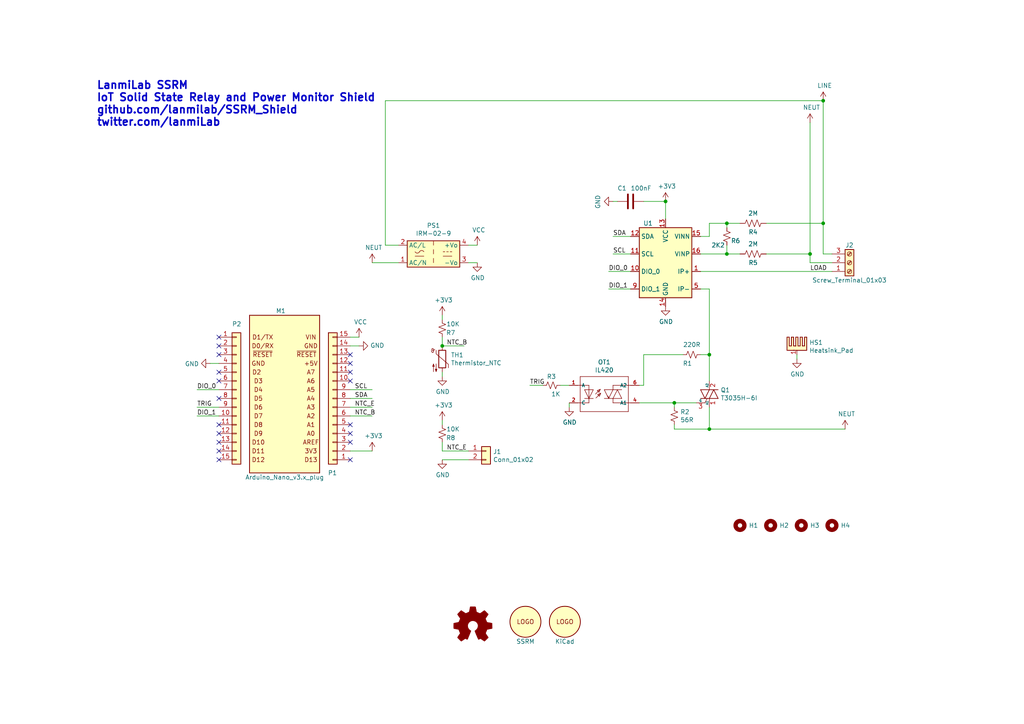
<source format=kicad_sch>
(kicad_sch (version 20211123) (generator eeschema)
  (paper "A4")
  (title_block (title "SSRM") (date "2022-02-19") (rev "1.0.1") (company "LanmiLab") (comment 1 "Solid State Relay Shield"))
  (lib_symbols
    (symbol "Arduino-nano-33:Arduino_Nano_v3.x_plug"
      (property "Reference" "M" (at -10.16 23.495 0))
      (property "Value" "Arduino-nano-33_Arduino_Nano_v3.x_plug" (at -8.89 -24.13 0))
      (symbol "Arduino_Nano_v3.x_plug_0_0"
        (text "+5V" (at 7.62 8.89 0) (effects (font (size 1.27 1.27))))
        (text "3V3" (at 7.62 -16.51 0) (effects (font (size 1.27 1.27))))
        (text "A0" (at 7.62 -11.43 0) (effects (font (size 1.27 1.27))))
        (text "A1" (at 7.62 -8.89 0) (effects (font (size 1.27 1.27))))
        (text "A2" (at 7.62 -6.35 0) (effects (font (size 1.27 1.27))))
        (text "A3" (at 7.62 -3.81 0) (effects (font (size 1.27 1.27))))
        (text "A4" (at 7.62 -1.27 0) (effects (font (size 1.27 1.27))))
        (text "A5" (at 7.62 1.27 0) (effects (font (size 1.27 1.27))))
        (text "A6" (at 7.62 3.81 0) (effects (font (size 1.27 1.27))))
        (text "A7" (at 7.62 6.35 0) (effects (font (size 1.27 1.27))))
        (text "AREF" (at 7.62 -13.97 0) (effects (font (size 1.27 1.27))))
        (text "D0/RX" (at -6.35 13.97 0) (effects (font (size 1.27 1.27))))
        (text "D1/TX" (at -6.35 16.51 0) (effects (font (size 1.27 1.27))))
        (text "D10" (at -7.62 -13.97 0) (effects (font (size 1.27 1.27))))
        (text "D11" (at -7.62 -16.51 0) (effects (font (size 1.27 1.27))))
        (text "D12" (at -7.62 -19.05 0) (effects (font (size 1.27 1.27))))
        (text "D13" (at 7.62 -19.05 0) (effects (font (size 1.27 1.27))))
        (text "D2 " (at -7.62 6.35 0) (effects (font (size 1.27 1.27))))
        (text "D3" (at -7.62 3.81 0) (effects (font (size 1.27 1.27))))
        (text "D4" (at -7.62 1.27 0) (effects (font (size 1.27 1.27))))
        (text "D5" (at -7.62 -1.27 0) (effects (font (size 1.27 1.27))))
        (text "D6" (at -7.62 -3.81 0) (effects (font (size 1.27 1.27))))
        (text "D7" (at -7.62 -6.35 0) (effects (font (size 1.27 1.27))))
        (text "D8" (at -7.62 -8.89 0) (effects (font (size 1.27 1.27))))
        (text "D9" (at -7.62 -11.43 0) (effects (font (size 1.27 1.27))))
        (text "GND" (at -7.62 8.89 0) (effects (font (size 1.27 1.27))))
        (text "GND" (at 7.62 13.97 0) (effects (font (size 1.27 1.27))))
        (text "VIN" (at 7.62 16.51 0) (effects (font (size 1.27 1.27))))
        (text "~{RESET}" (at -6.35 11.43 0) (effects (font (size 1.27 1.27))))
        (text "~{RESET}" (at 6.35 11.43 0) (effects (font (size 1.27 1.27))))
      )
      (symbol "Arduino_Nano_v3.x_plug_0_1"
        (rectangle (start -10.16 22.86) (end 10.16 -22.86) (stroke (width 0.254)) (fill (type background)))
      )
    )
    (symbol "Connector:Screw_Terminal_01x03" (pin_names (offset 1.016) hide)
      (property "Reference" "J" (at 0 5.08 0))
      (property "Value" "Screw_Terminal_01x03" (at 0 -5.08 0))
      (symbol "Screw_Terminal_01x03_1_1"
        (rectangle (start -1.27 3.81) (end 1.27 -3.81) (stroke (width 0.254)) (fill (type background)))
        (circle (center 0 -2.54) (radius 0.635) (stroke (width 0.1524)))
        (polyline (pts (xy -0.5334 -2.2098) (xy 0.3302 -3.048)) (stroke (width 0.1524)))
        (polyline (pts (xy -0.5334 0.3302) (xy 0.3302 -0.508)) (stroke (width 0.1524)))
        (polyline (pts (xy -0.5334 2.8702) (xy 0.3302 2.032)) (stroke (width 0.1524)))
        (polyline (pts (xy -0.3556 -2.032) (xy 0.508 -2.8702)) (stroke (width 0.1524)))
        (polyline (pts (xy -0.3556 0.508) (xy 0.508 -0.3302)) (stroke (width 0.1524)))
        (polyline (pts (xy -0.3556 3.048) (xy 0.508 2.2098)) (stroke (width 0.1524)))
        (circle (center 0 0) (radius 0.635) (stroke (width 0.1524)))
        (circle (center 0 2.54) (radius 0.635) (stroke (width 0.1524)))
        (pin passive line (at -5.08 2.54 0) (length 3.81) (name "Pin_1") (number "1"))
        (pin passive line (at -5.08 0 0) (length 3.81) (name "Pin_2") (number "2"))
        (pin passive line (at -5.08 -2.54 0) (length 3.81) (name "Pin_3") (number "3"))
      )
    )
    (symbol "Connector_Generic:Conn_01x02" (pin_names (offset 1.016) hide)
      (property "Reference" "J" (at 0 2.54 0))
      (property "Value" "Conn_01x02" (at 0 -5.08 0))
      (symbol "Conn_01x02_1_1"
        (rectangle (start -1.27 -2.413) (end 0 -2.667) (stroke (width 0.1524)))
        (rectangle (start -1.27 0.127) (end 0 -0.127) (stroke (width 0.1524)))
        (rectangle (start -1.27 1.27) (end 1.27 -3.81) (stroke (width 0.254)) (fill (type background)))
        (pin passive line (at -5.08 0 0) (length 3.81) (name "Pin_1") (number "1"))
        (pin passive line (at -5.08 -2.54 0) (length 3.81) (name "Pin_2") (number "2"))
      )
    )
    (symbol "Connector_Generic:Conn_01x15" (pin_names (offset 1.016) hide)
      (property "Reference" "J" (at 0 20.32 0))
      (property "Value" "Conn_01x15" (at 0 -20.32 0))
      (symbol "Conn_01x15_1_1"
        (rectangle (start -1.27 -17.653) (end 0 -17.907) (stroke (width 0.1524)))
        (rectangle (start -1.27 -15.113) (end 0 -15.367) (stroke (width 0.1524)))
        (rectangle (start -1.27 -12.573) (end 0 -12.827) (stroke (width 0.1524)))
        (rectangle (start -1.27 -10.033) (end 0 -10.287) (stroke (width 0.1524)))
        (rectangle (start -1.27 -7.493) (end 0 -7.747) (stroke (width 0.1524)))
        (rectangle (start -1.27 -4.953) (end 0 -5.207) (stroke (width 0.1524)))
        (rectangle (start -1.27 -2.413) (end 0 -2.667) (stroke (width 0.1524)))
        (rectangle (start -1.27 0.127) (end 0 -0.127) (stroke (width 0.1524)))
        (rectangle (start -1.27 2.667) (end 0 2.413) (stroke (width 0.1524)))
        (rectangle (start -1.27 5.207) (end 0 4.953) (stroke (width 0.1524)))
        (rectangle (start -1.27 7.747) (end 0 7.493) (stroke (width 0.1524)))
        (rectangle (start -1.27 10.287) (end 0 10.033) (stroke (width 0.1524)))
        (rectangle (start -1.27 12.827) (end 0 12.573) (stroke (width 0.1524)))
        (rectangle (start -1.27 15.367) (end 0 15.113) (stroke (width 0.1524)))
        (rectangle (start -1.27 17.907) (end 0 17.653) (stroke (width 0.1524)))
        (rectangle (start -1.27 19.05) (end 1.27 -19.05) (stroke (width 0.254)) (fill (type background)))
        (pin passive line (at -5.08 17.78 0) (length 3.81) (name "Pin_1") (number "1"))
        (pin passive line (at -5.08 -5.08 0) (length 3.81) (name "Pin_10") (number "10"))
        (pin passive line (at -5.08 -7.62 0) (length 3.81) (name "Pin_11") (number "11"))
        (pin passive line (at -5.08 -10.16 0) (length 3.81) (name "Pin_12") (number "12"))
        (pin passive line (at -5.08 -12.7 0) (length 3.81) (name "Pin_13") (number "13"))
        (pin passive line (at -5.08 -15.24 0) (length 3.81) (name "Pin_14") (number "14"))
        (pin passive line (at -5.08 -17.78 0) (length 3.81) (name "Pin_15") (number "15"))
        (pin passive line (at -5.08 15.24 0) (length 3.81) (name "Pin_2") (number "2"))
        (pin passive line (at -5.08 12.7 0) (length 3.81) (name "Pin_3") (number "3"))
        (pin passive line (at -5.08 10.16 0) (length 3.81) (name "Pin_4") (number "4"))
        (pin passive line (at -5.08 7.62 0) (length 3.81) (name "Pin_5") (number "5"))
        (pin passive line (at -5.08 5.08 0) (length 3.81) (name "Pin_6") (number "6"))
        (pin passive line (at -5.08 2.54 0) (length 3.81) (name "Pin_7") (number "7"))
        (pin passive line (at -5.08 0 0) (length 3.81) (name "Pin_8") (number "8"))
        (pin passive line (at -5.08 -2.54 0) (length 3.81) (name "Pin_9") (number "9"))
      )
    )
    (symbol "Converter_ACDC:IRM-02-5"
      (property "Reference" "PS" (at 0 5.08 0))
      (property "Value" "IRM-02-5" (at 0 -5.08 0))
      (symbol "IRM-02-5_0_1"
        (rectangle (start -7.62 3.81) (end 7.62 -3.81) (stroke (width 0.254)) (fill (type background)))
        (arc (start -5.334 0.635) (mid -4.699 0.2495) (end -4.064 0.635))
        (arc (start -2.794 0.635) (mid -3.429 1.0072) (end -4.064 0.635))
        (polyline (pts (xy -5.334 -0.635) (xy -2.794 -0.635)))
        (polyline (pts (xy 2.794 -0.635) (xy 5.334 -0.635)))
        (polyline (pts (xy 2.794 0.635) (xy 3.302 0.635)))
        (polyline (pts (xy 3.81 0.635) (xy 4.318 0.635)))
        (polyline (pts (xy 4.826 0.635) (xy 5.334 0.635)))
      )
      (symbol "IRM-02-5_1_1"
        (polyline (pts (xy 0 -1.27) (xy 0 -2.54)))
        (polyline (pts (xy 0 1.27) (xy 0 0)))
        (polyline (pts (xy 0 3.81) (xy 0 2.54)))
        (pin power_in line (at -10.16 -2.54 0) (length 2.54) (name "AC/N") (number "1"))
        (pin power_in line (at -10.16 2.54 0) (length 2.54) (name "AC/L") (number "2"))
        (pin power_out line (at 10.16 -2.54 180) (length 2.54) (name "-Vo") (number "3"))
        (pin power_out line (at 10.16 2.54 180) (length 2.54) (name "+Vo") (number "4"))
      )
    )
    (symbol "Device:C" (pin_numbers hide) (pin_names (offset 0.254))
      (property "Reference" "C" (at 0.635 2.54 0))
      (property "Value" "C" (at 0.635 -2.54 0))
      (symbol "C_0_1"
        (polyline (pts (xy -2.032 -0.762) (xy 2.032 -0.762)) (stroke (width 0.508)))
        (polyline (pts (xy -2.032 0.762) (xy 2.032 0.762)) (stroke (width 0.508)))
      )
      (symbol "C_1_1"
        (pin passive line (at 0 3.81 270) (length 2.794) (name "~") (number "1"))
        (pin passive line (at 0 -3.81 90) (length 2.794) (name "~") (number "2"))
      )
    )
    (symbol "Device:R_Small_US" (pin_numbers hide) (pin_names (offset 0.254) hide)
      (property "Reference" "R" (at 0.762 0.508 0))
      (property "Value" "R_Small_US" (at 0.762 -1.016 0))
      (symbol "R_Small_US_1_1"
        (polyline (pts (xy 0 0) (xy 1.016 -0.381) (xy 0 -0.762) (xy -1.016 -1.143) (xy 0 -1.524)))
        (polyline (pts (xy 0 1.524) (xy 1.016 1.143) (xy 0 0.762) (xy -1.016 0.381) (xy 0 0)))
        (pin passive line (at 0 2.54 270) (length 1.016) (name "~") (number "1"))
        (pin passive line (at 0 -2.54 90) (length 1.016) (name "~") (number "2"))
      )
    )
    (symbol "Device:R_US" (pin_numbers hide) (pin_names (offset 0))
      (property "Reference" "R" (at 2.54 0 90))
      (property "Value" "R_US" (at -2.54 0 90))
      (symbol "R_US_0_1"
        (polyline (pts (xy 0 -2.286) (xy 0 -2.54)))
        (polyline (pts (xy 0 2.286) (xy 0 2.54)))
        (polyline (pts (xy 0 -0.762) (xy 1.016 -1.143) (xy 0 -1.524) (xy -1.016 -1.905) (xy 0 -2.286)))
        (polyline (pts (xy 0 0.762) (xy 1.016 0.381) (xy 0 0) (xy -1.016 -0.381) (xy 0 -0.762)))
        (polyline (pts (xy 0 2.286) (xy 1.016 1.905) (xy 0 1.524) (xy -1.016 1.143) (xy 0 0.762)))
      )
      (symbol "R_US_1_1"
        (pin passive line (at 0 3.81 270) (length 1.27) (name "~") (number "1"))
        (pin passive line (at 0 -3.81 90) (length 1.27) (name "~") (number "2"))
      )
    )
    (symbol "Device:Thermistor_NTC" (pin_numbers hide) (pin_names (offset 0))
      (property "Reference" "TH" (at -4.445 0 90))
      (property "Value" "Thermistor_NTC" (at 3.175 0 90))
      (symbol "Thermistor_NTC_0_1"
        (arc (start -3.048 2.159) (mid -3.0505 2.3165) (end -3.175 2.413))
        (arc (start -3.048 2.159) (mid -2.9736 1.9794) (end -2.794 1.905))
        (arc (start -3.048 2.794) (mid -2.9736 2.6144) (end -2.794 2.54))
        (arc (start -2.794 1.905) (mid -2.6144 1.9794) (end -2.54 2.159))
        (arc (start -2.794 2.54) (mid -2.434 2.5608) (end -2.159 2.794))
        (arc (start -2.794 3.048) (mid -2.9736 2.9736) (end -3.048 2.794))
        (arc (start -2.54 2.794) (mid -2.6144 2.9736) (end -2.794 3.048))
        (rectangle (start -1.016 2.54) (end 1.016 -2.54) (stroke (width 0.254)))
        (polyline (pts (xy -2.54 2.159) (xy -2.54 2.794)))
        (polyline (pts (xy -1.778 2.54) (xy -1.778 1.524) (xy 1.778 -1.524) (xy 1.778 -2.54)))
        (polyline (pts (xy -2.54 -3.683) (xy -2.54 -1.397) (xy -2.794 -2.159) (xy -2.286 -2.159) (xy -2.54 -1.397) (xy -2.54 -1.651)) (fill (type outline)))
        (polyline (pts (xy -1.778 -1.397) (xy -1.778 -3.683) (xy -2.032 -2.921) (xy -1.524 -2.921) (xy -1.778 -3.683) (xy -1.778 -3.429)) (fill (type outline)))
      )
      (symbol "Thermistor_NTC_1_1"
        (pin passive line (at 0 3.81 270) (length 1.27) (name "~") (number "1"))
        (pin passive line (at 0 -3.81 90) (length 1.27) (name "~") (number "2"))
      )
    )
    (symbol "Graphic:Logo_Open_Hardware_Small" (pin_names (offset 1.016))
      (symbol "Logo_Open_Hardware_Small_0_1"
        (polyline (pts (xy 3.3528 -4.3434) (xy 3.302 -4.318) (xy 3.175 -4.2418) (xy 2.9972 -4.1148) (xy 2.7686 -3.9624) (xy 2.54 -3.81) (xy 2.3622 -3.7084) (xy 2.2352 -3.6068) (xy 2.1844 -3.5814) (xy 2.159 -3.6068) (xy 2.0574 -3.6576) (xy 1.905 -3.7338) (xy 1.8034 -3.7846) (xy 1.6764 -3.8354) (xy 1.6002 -3.8354) (xy 1.6002 -3.8354) (xy 1.5494 -3.7338) (xy 1.4732 -3.5306) (xy 1.3462 -3.302) (xy 1.2446 -3.0226) (xy 1.1176 -2.7178) (xy 0.9652 -2.413) (xy 0.8636 -2.1082) (xy 0.7366 -1.8288) (xy 0.6604 -1.6256) (xy 0.6096 -1.4732) (xy 0.5842 -1.397) (xy 0.5842 -1.397) (xy 0.6604 -1.3208) (xy 0.7874 -1.2446) (xy 1.0414 -1.016) (xy 1.2954 -0.6858) (xy 1.4478 -0.3302) (xy 1.524 0.0762) (xy 1.4732 0.4572) (xy 1.3208 0.8128) (xy 1.0668 1.143) (xy 0.762 1.3716) (xy 0.4064 1.524) (xy 0 1.5748) (xy -0.381 1.5494) (xy -0.7366 1.397) (xy -1.0668 1.143) (xy -1.2192 0.9906) (xy -1.397 0.6604) (xy -1.524 0.3048) (xy -1.524 0.2286) (xy -1.4986 -0.1778) (xy -1.397 -0.5334) (xy -1.1938 -0.8636) (xy -0.9144 -1.143) (xy -0.8636 -1.1684) (xy -0.7366 -1.27) (xy -0.635 -1.3462) (xy -0.5842 -1.397) (xy -1.0668 -2.5908) (xy -1.143 -2.794) (xy -1.2954 -3.1242) (xy -1.397 -3.4036) (xy -1.4986 -3.6322) (xy -1.5748 -3.7846) (xy -1.6002 -3.8354) (xy -1.6002 -3.8354) (xy -1.651 -3.8354) (xy -1.7272 -3.81) (xy -1.905 -3.7338) (xy -2.0066 -3.683) (xy -2.1336 -3.6068) (xy -2.2098 -3.5814) (xy -2.2606 -3.6068) (xy -2.3622 -3.683) (xy -2.54 -3.81) (xy -2.7686 -3.9624) (xy -2.9718 -4.0894) (xy -3.1496 -4.2164) (xy -3.302 -4.318) (xy -3.3528 -4.3434) (xy -3.3782 -4.3434) (xy -3.429 -4.318) (xy -3.5306 -4.2164) (xy -3.7084 -4.064) (xy -3.937 -3.8354) (xy -3.9624 -3.81) (xy -4.1656 -3.6068) (xy -4.318 -3.4544) (xy -4.4196 -3.3274) (xy -4.445 -3.2766) (xy -4.445 -3.2766) (xy -4.4196 -3.2258) (xy -4.318 -3.0734) (xy -4.2164 -2.8956) (xy -4.064 -2.667) (xy -3.6576 -2.0828) (xy -3.8862 -1.5494) (xy -3.937 -1.3716) (xy -4.0386 -1.1684) (xy -4.0894 -1.0414) (xy -4.1148 -0.9652) (xy -4.191 -0.9398) (xy -4.318 -0.9144) (xy -4.5466 -0.8636) (xy -4.8006 -0.8128) (xy -5.0546 -0.7874) (xy -5.2578 -0.7366) (xy -5.4356 -0.7112) (xy -5.5118 -0.6858) (xy -5.5118 -0.6858) (xy -5.5372 -0.635) (xy -5.5372 -0.5588) (xy -5.5372 -0.4318) (xy -5.5626 -0.2286) (xy -5.5626 0.0762) (xy -5.5626 0.127) (xy -5.5372 0.4064) (xy -5.5372 0.635) (xy -5.5372 0.762) (xy -5.5372 0.8382) (xy -5.5372 0.8382) (xy -5.461 0.8382) (xy -5.3086 0.889) (xy -5.08 0.9144) (xy -4.826 0.9652) (xy -4.8006 0.9906) (xy -4.5466 1.0414) (xy -4.318 1.0668) (xy -4.1656 1.1176) (xy -4.0894 1.143) (xy -4.0894 1.143) (xy -4.0386 1.2446) (xy -3.9624 1.4224) (xy -3.8608 1.6256) (xy -3.7846 1.8288) (xy -3.7084 2.0066) (xy -3.6576 2.159) (xy -3.6322 2.2098) (xy -3.6322 2.2098) (xy -3.683 2.286) (xy -3.7592 2.413) (xy -3.8862 2.5908) (xy -4.064 2.8194) (xy -4.064 2.8448) (xy -4.2164 3.0734) (xy -4.3434 3.2512) (xy -4.4196 3.3782) (xy -4.445 3.4544) (xy -4.445 3.4544) (xy -4.3942 3.5052) (xy -4.2926 3.6322) (xy -4.1148 3.81) (xy -3.937 4.0132) (xy -3.8608 4.064) (xy -3.6576 4.2926) (xy -3.5052 4.4196) (xy -3.4036 4.4958) (xy -3.3528 4.5212) (xy -3.3528 4.5212) (xy -3.302 4.4704) (xy -3.1496 4.3688) (xy -2.9718 4.2418) (xy -2.7432 4.0894) (xy -2.7178 4.0894) (xy -2.4892 3.937) (xy -2.3114 3.81) (xy -2.1844 3.7084) (xy -2.1336 3.683) (xy -2.1082 3.683) (xy -2.032 3.7084) (xy -1.8542 3.7592) (xy -1.6764 3.8354) (xy -1.4732 3.937) (xy -1.27 4.0132) (xy -1.143 4.064) (xy -1.0668 4.1148) (xy -1.0668 4.1148) (xy -1.0414 4.191) (xy -1.016 4.3434) (xy -0.9652 4.572) (xy -0.9144 4.8514) (xy -0.889 4.9022) (xy -0.8382 5.1562) (xy -0.8128 5.3848) (xy -0.7874 5.5372) (xy -0.762 5.588) (xy -0.7112 5.6134) (xy -0.5842 5.6134) (xy -0.4064 5.6134) (xy -0.1524 5.6134) (xy 0.0762 5.6134) (xy 0.3302 5.6134) (xy 0.5334 5.6134) (xy 0.6858 5.588) (xy 0.7366 5.588) (xy 0.7366 5.588) (xy 0.762 5.5118) (xy 0.8128 5.334) (xy 0.8382 5.1054) (xy 0.9144 4.826) (xy 0.9144 4.7752) (xy 0.9652 4.5212) (xy 1.016 4.2926) (xy 1.0414 4.1402) (xy 1.0668 4.0894) (xy 1.0668 4.0894) (xy 1.1938 4.0386) (xy 1.3716 3.9624) (xy 1.5748 3.8608) (xy 2.0828 3.6576) (xy 2.7178 4.0894) (xy 2.7686 4.1402) (xy 2.9972 4.2926) (xy 3.175 4.4196) (xy 3.302 4.4958) (xy 3.3782 4.5212) (xy 3.3782 4.5212) (xy 3.429 4.4704) (xy 3.556 4.3434) (xy 3.7338 4.191) (xy 3.9116 3.9878) (xy 4.064 3.8354) (xy 4.2418 3.6576) (xy 4.3434 3.556) (xy 4.4196 3.4798) (xy 4.4196 3.429) (xy 4.4196 3.4036) (xy 4.3942 3.3274) (xy 4.2926 3.2004) (xy 4.1656 2.9972) (xy 4.0132 2.794) (xy 3.8862 2.5908) (xy 3.7592 2.3876) (xy 3.6576 2.2352) (xy 3.6322 2.159) (xy 3.6322 2.1336) (xy 3.683 2.0066) (xy 3.7592 1.8288) (xy 3.8608 1.6002) (xy 4.064 1.1176) (xy 4.3942 1.0414) (xy 4.5974 1.016) (xy 4.8768 0.9652) (xy 5.1308 0.9144) (xy 5.5372 0.8382) (xy 5.5626 -0.6604) (xy 5.4864 -0.6858) (xy 5.4356 -0.6858) (xy 5.2832 -0.7366) (xy 5.0546 -0.762) (xy 4.8006 -0.8128) (xy 4.5974 -0.8636) (xy 4.3688 -0.9144) (xy 4.2164 -0.9398) (xy 4.1402 -0.9398) (xy 4.1148 -0.9652) (xy 4.064 -1.0668) (xy 3.9878 -1.2446) (xy 3.9116 -1.4478) (xy 3.81 -1.651) (xy 3.7338 -1.8542) (xy 3.683 -2.0066) (xy 3.6576 -2.0828) (xy 3.683 -2.1336) (xy 3.7846 -2.2606) (xy 3.8862 -2.4638) (xy 4.0386 -2.667) (xy 4.191 -2.8956) (xy 4.318 -3.0734) (xy 4.3942 -3.2004) (xy 4.445 -3.2766) (xy 4.4196 -3.3274) (xy 4.3434 -3.429) (xy 4.1656 -3.5814) (xy 3.937 -3.8354) (xy 3.8862 -3.8608) (xy 3.683 -4.064) (xy 3.5306 -4.2164) (xy 3.4036 -4.318) (xy 3.3528 -4.3434)) (fill (type outline)))
      )
    )
    (symbol "LanmiLab_SSRM_Shield:Logo" (pin_names (offset 1.016))
      (symbol "Logo_0_0"
        (text "LOGO" (at 0 0 0) (effects (font (size 1.27 1.27))))
      )
      (symbol "Logo_0_1"
        (circle (center 0 0) (radius 4.4901) (stroke (width 0.254)) (fill (type background)))
      )
    )
    (symbol "Mechanical:Heatsink_Pad" (pin_names (offset 0))
      (property "Reference" "HS" (at 0 5.715 0))
      (property "Value" "Heatsink_Pad" (at 0 3.81 0))
      (symbol "Heatsink_Pad_0_1"
        (polyline (pts (xy -0.3302 0) (xy -0.9652 0) (xy -0.9652 2.54) (xy -1.6002 2.54) (xy -1.6002 0) (xy -2.2352 0) (xy -2.2352 2.54) (xy -2.8702 2.54) (xy -2.8702 -1.27) (xy -0.9652 -1.27)) (stroke (width 0.254)) (fill (type background)))
        (polyline (pts (xy -0.3302 0) (xy -0.3302 2.54) (xy 0.3048 2.54) (xy 0.3048 0) (xy 0.9398 0) (xy 0.9398 2.54) (xy 1.5748 2.54) (xy 1.5748 0) (xy 2.2098 0) (xy 2.2098 2.54) (xy 2.8448 2.54) (xy 2.8448 -1.27) (xy -0.9652 -1.27)) (stroke (width 0.254)) (fill (type background)))
      )
      (symbol "Heatsink_Pad_1_1"
        (pin passive line (at 0 -2.54 90) (length 1.27) (name "~") (number "1"))
      )
    )
    (symbol "Mechanical:MountingHole" (pin_names (offset 1.016))
      (property "Reference" "H" (at 0 5.08 0))
      (property "Value" "MountingHole" (at 0 3.175 0))
      (symbol "MountingHole_0_1"
        (circle (center 0 0) (radius 1.27) (stroke (width 1.27)))
      )
    )
    (symbol "Optotriac:IL420" (pin_names (offset 1.016))
      (property "Reference" "OK" (at -7.0104 5.6896 0))
      (property "Value" "Optotriac_IL420" (at -7.0104 -7.5438 0))
      (symbol "IL420_1_0"
        (polyline (pts (xy -7.62 -2.54) (xy -4.445 -2.54)))
        (polyline (pts (xy -7.62 2.54) (xy -4.445 2.54)))
        (polyline (pts (xy -6.985 -5.08) (xy 6.985 -5.08)))
        (polyline (pts (xy -6.985 5.08) (xy -6.985 -5.08)))
        (polyline (pts (xy -6.985 5.08) (xy 6.985 5.08)))
        (polyline (pts (xy -4.445 -1.27) (xy -5.715 -1.27)))
        (polyline (pts (xy -4.445 -1.27) (xy -5.715 1.27)))
        (polyline (pts (xy -4.445 -1.27) (xy -4.445 -2.54)))
        (polyline (pts (xy -4.445 1.27) (xy -5.715 1.27)))
        (polyline (pts (xy -4.445 1.27) (xy -4.445 -1.27)))
        (polyline (pts (xy -4.445 2.54) (xy -4.445 1.27)))
        (polyline (pts (xy -3.175 -1.27) (xy -4.445 -1.27)))
        (polyline (pts (xy -3.175 1.27) (xy -4.445 -1.27)))
        (polyline (pts (xy -3.175 1.27) (xy -4.445 1.27)))
        (polyline (pts (xy -2.54 0) (xy -1.143 1.397)))
        (polyline (pts (xy -2.413 -1.143) (xy -1.016 0.254)))
        (polyline (pts (xy -2.032 1.016) (xy -1.524 0.508)))
        (polyline (pts (xy -1.905 -0.127) (xy -1.397 -0.635)))
        (polyline (pts (xy -1.524 0.508) (xy -1.143 1.397)))
        (polyline (pts (xy -1.397 -0.635) (xy -1.016 0.254)))
        (polyline (pts (xy -1.143 1.397) (xy -2.032 1.016)))
        (polyline (pts (xy -1.016 0.254) (xy -1.905 -0.127)))
        (polyline (pts (xy 0.889 -0.508) (xy 0 1.27)))
        (polyline (pts (xy 1.27 -1.27) (xy 0 -1.27)))
        (polyline (pts (xy 1.27 -1.27) (xy 0.889 -0.508)))
        (polyline (pts (xy 1.397 -1.016) (xy 0.889 -0.508)))
        (polyline (pts (xy 1.397 -1.016) (xy 1.27 -1.27)))
        (polyline (pts (xy 2.54 -2.54) (xy 2.54 -1.27)))
        (polyline (pts (xy 2.54 -2.54) (xy 7.62 -2.54)))
        (polyline (pts (xy 2.54 -1.27) (xy 1.27 -1.27)))
        (polyline (pts (xy 2.54 -1.27) (xy 3.81 1.27)))
        (polyline (pts (xy 2.54 -1.27) (xy 5.08 -1.27)))
        (polyline (pts (xy 2.54 1.27) (xy 0 1.27)))
        (polyline (pts (xy 2.54 1.27) (xy 1.397 -1.016)))
        (polyline (pts (xy 2.54 1.27) (xy 3.81 1.27)))
        (polyline (pts (xy 2.54 2.54) (xy 2.54 1.27)))
        (polyline (pts (xy 2.54 2.54) (xy 7.62 2.54)))
        (polyline (pts (xy 3.81 1.27) (xy 5.08 -1.27)))
        (polyline (pts (xy 3.81 1.27) (xy 5.08 1.27)))
        (polyline (pts (xy 6.985 -5.08) (xy 6.985 5.08)))
      )
      (symbol "IL420_1_1"
        (pin passive line (at -10.16 2.54 0) (length 2.54) (name "A") (number "1"))
        (pin passive line (at -10.16 -2.54 0) (length 2.54) (name "C") (number "2"))
        (pin passive line (at 10.16 -2.54 180) (length 2.54) (name "A1") (number "4"))
        (pin passive line (at 10.16 2.54 180) (length 2.54) (name "A2") (number "6"))
      )
    )
    (symbol "Power_supervisor:ACS71020KMABTR-030B3-I2C"
      (property "Reference" "U" (at 5.08 11.43 0))
      (property "Value" "Power_supervisor_ACS71020KMABTR-030B3-I2C" (at 1.27 -11.43 0))
      (symbol "ACS71020KMABTR-030B3-I2C_0_1"
        (rectangle (start -7.62 10.16) (end 7.62 -10.16) (stroke (width 0.254)) (fill (type background)))
      )
      (symbol "ACS71020KMABTR-030B3-I2C_1_1"
        (pin passive line (at -10.16 -2.54 0) (length 2.54) (name "IP+") (number "1"))
        (pin bidirectional line (at 10.16 -2.54 180) (length 2.54) (name "DIO_0") (number "10"))
        (pin bidirectional line (at 10.16 2.54 180) (length 2.54) (name "SCL") (number "11"))
        (pin bidirectional line (at 10.16 7.62 180) (length 2.54) (name "SDA") (number "12"))
        (pin power_in line (at 0 12.7 270) (length 2.54) (name "VCC") (number "13"))
        (pin power_in line (at 0 -12.7 90) (length 2.54) (name "GND") (number "14"))
        (pin input line (at -10.16 7.62 0) (length 2.54) (name "VINN") (number "15"))
        (pin input line (at -10.16 2.54 0) (length 2.54) (name "VINP") (number "16"))
        (pin passive line (at -10.16 -2.54 0) (length 2.54) hide (name "IP+") (number "2"))
        (pin passive line (at -10.16 -2.54 0) (length 2.54) hide (name "IP+") (number "3"))
        (pin passive line (at -10.16 -2.54 0) (length 2.54) hide (name "IP+") (number "4"))
        (pin passive line (at -10.16 -7.62 0) (length 2.54) (name "IP-") (number "5"))
        (pin passive line (at -10.16 -7.62 0) (length 2.54) hide (name "IP-") (number "6"))
        (pin passive line (at -10.16 -7.62 0) (length 2.54) hide (name "IP-") (number "7"))
        (pin passive line (at -10.16 -7.62 0) (length 2.54) hide (name "IP-") (number "8"))
        (pin bidirectional line (at 10.16 -7.62 180) (length 2.54) (name "DIO_1") (number "9"))
      )
    )
    (symbol "Triac_Thyristor_:T3035H-6I" (pin_names (offset 0))
      (property "Reference" "Q" (at 5.08 1.905 0))
      (property "Value" "Triac_Thyristor__T3035H-6I" (at 5.08 0 0))
      (symbol "T3035H-6I_0_1"
        (polyline (pts (xy -2.54 -1.27) (xy 2.54 -1.27)) (stroke (width 0.2032)))
        (polyline (pts (xy -2.54 1.27) (xy 2.54 1.27)) (stroke (width 0.2032)))
        (polyline (pts (xy -1.27 -2.54) (xy -0.635 -1.27)))
        (polyline (pts (xy -2.54 1.27) (xy -1.27 -1.27) (xy 0 1.27)) (stroke (width 0.2032)))
        (polyline (pts (xy 0 -1.27) (xy 1.27 1.27) (xy 2.54 -1.27)) (stroke (width 0.2032)))
      )
      (symbol "T3035H-6I_1_1"
        (pin passive line (at 0 -3.81 90) (length 2.54) (name "A1") (number "1"))
        (pin passive line (at 0 3.81 270) (length 2.54) (name "A2") (number "2"))
        (pin input line (at -3.81 -2.54 0) (length 2.54) (name "G") (number "3"))
      )
    )
    (symbol "power:+3V3" (power) (pin_names (offset 0))
      (property "Value" "+3V3" (at 0 3.556 0))
      (symbol "+3V3_0_1"
        (polyline (pts (xy -0.762 1.27) (xy 0 2.54)))
        (polyline (pts (xy 0 0) (xy 0 2.54)))
        (polyline (pts (xy 0 2.54) (xy 0.762 1.27)))
      )
      (symbol "+3V3_1_1"
        (pin power_in line (at 0 0 90) (length 0) hide (name "+3V3") (number "1"))
      )
    )
    (symbol "power:GND" (power) (pin_names (offset 0))
      (property "Value" "GND" (at 0 -3.81 0))
      (symbol "GND_0_1"
        (polyline (pts (xy 0 0) (xy 0 -1.27) (xy 1.27 -1.27) (xy 0 -2.54) (xy -1.27 -1.27) (xy 0 -1.27)))
      )
      (symbol "GND_1_1"
        (pin power_in line (at 0 0 270) (length 0) hide (name "GND") (number "1"))
      )
    )
    (symbol "power:LINE" (power) (pin_names (offset 0))
      (property "Value" "LINE" (at 0 3.81 0))
      (symbol "LINE_0_1"
        (polyline (pts (xy -0.762 1.27) (xy 0 2.54)))
        (polyline (pts (xy 0 0) (xy 0 2.54)))
        (polyline (pts (xy 0 2.54) (xy 0.762 1.27)))
      )
      (symbol "LINE_1_1"
        (pin power_in line (at 0 0 90) (length 0) hide (name "LINE") (number "1"))
      )
    )
    (symbol "power:NEUT" (power) (pin_names (offset 0))
      (property "Value" "NEUT" (at 0 3.81 0))
      (symbol "NEUT_0_1"
        (polyline (pts (xy -0.762 1.27) (xy 0 2.54)))
        (polyline (pts (xy 0 0) (xy 0 2.54)))
        (polyline (pts (xy 0 2.54) (xy 0.762 1.27)))
      )
      (symbol "NEUT_1_1"
        (pin power_in line (at 0 0 90) (length 0) hide (name "NEUT") (number "1"))
      )
    )
    (symbol "power:VCC" (power) (pin_names (offset 0))
      (property "Value" "VCC" (at 0 3.81 0))
      (symbol "VCC_0_1"
        (polyline (pts (xy -0.762 1.27) (xy 0 2.54)))
        (polyline (pts (xy 0 0) (xy 0 2.54)))
        (polyline (pts (xy 0 2.54) (xy 0.762 1.27)))
      )
      (symbol "VCC_1_1"
        (pin power_in line (at 0 0 90) (length 0) hide (name "VCC") (number "1"))
      )
    )
  )
  (junction (at 195.58 116.84))
  (junction (at 238.76 64.77))
  (junction (at 128.27 100.33))
  (junction (at 238.76 29.21))
  (junction (at 210.82 64.77))
  (junction (at 205.74 102.87))
  (junction (at 210.82 73.66))
  (junction (at 193.04 58.42))
  (junction (at 205.74 124.46))
  (junction (at 234.95 73.66))
  (no_connect (at 63.5 97.79))
  (no_connect (at 63.5 102.87))
  (no_connect (at 63.5 100.33))
  (no_connect (at 63.5 115.57))
  (no_connect (at 101.6 125.73))
  (no_connect (at 63.5 110.49))
  (no_connect (at 63.5 125.73))
  (no_connect (at 63.5 128.27))
  (no_connect (at 101.6 133.35))
  (no_connect (at 101.6 128.27))
  (no_connect (at 63.5 107.95))
  (no_connect (at 101.6 105.41))
  (no_connect (at 63.5 123.19))
  (no_connect (at 101.6 102.87))
  (no_connect (at 101.6 107.95))
  (no_connect (at 63.5 130.81))
  (no_connect (at 101.6 123.19))
  (no_connect (at 101.6 110.49))
  (no_connect (at 63.5 133.35))
  (wire (pts (xy 101.6 113.03) (xy 107.95 113.03)))
  (wire (pts (xy 203.2 73.66) (xy 210.82 73.66)))
  (wire (pts (xy 101.6 115.57) (xy 107.95 115.57)))
  (wire (pts (xy 195.58 123.19) (xy 195.58 124.46)))
  (wire (pts (xy 205.74 83.82) (xy 205.74 102.87)))
  (wire (pts (xy 186.69 58.42) (xy 193.04 58.42)))
  (wire (pts (xy 205.74 118.11) (xy 205.74 124.46)))
  (wire (pts (xy 128.27 97.79) (xy 128.27 100.33)))
  (wire (pts (xy 198.12 102.87) (xy 186.69 102.87)))
  (wire (pts (xy 203.2 83.82) (xy 205.74 83.82)))
  (wire (pts (xy 63.5 120.65) (xy 57.15 120.65)))
  (wire (pts (xy 111.76 71.12) (xy 111.76 29.21)))
  (wire (pts (xy 222.25 64.77) (xy 238.76 64.77)))
  (wire (pts (xy 128.27 133.35) (xy 135.89 133.35)))
  (wire (pts (xy 185.42 116.84) (xy 195.58 116.84)))
  (wire (pts (xy 176.53 78.74) (xy 182.88 78.74)))
  (wire (pts (xy 101.6 120.65) (xy 107.95 120.65)))
  (wire (pts (xy 234.95 35.56) (xy 234.95 73.66)))
  (wire (pts (xy 179.07 58.42) (xy 177.8 58.42)))
  (wire (pts (xy 231.14 102.87) (xy 231.14 104.14)))
  (wire (pts (xy 210.82 66.04) (xy 210.82 64.77)))
  (wire (pts (xy 210.82 73.66) (xy 214.63 73.66)))
  (wire (pts (xy 63.5 113.03) (xy 57.15 113.03)))
  (wire (pts (xy 128.27 100.33) (xy 134.62 100.33)))
  (wire (pts (xy 138.43 76.2) (xy 135.89 76.2)))
  (wire (pts (xy 195.58 116.84) (xy 195.58 118.11)))
  (wire (pts (xy 165.1 116.84) (xy 165.1 118.11)))
  (wire (pts (xy 234.95 73.66) (xy 234.95 76.2)))
  (wire (pts (xy 238.76 64.77) (xy 238.76 73.66)))
  (wire (pts (xy 111.76 71.12) (xy 115.57 71.12)))
  (wire (pts (xy 205.74 102.87) (xy 205.74 110.49)))
  (wire (pts (xy 182.88 68.58) (xy 177.8 68.58)))
  (wire (pts (xy 234.95 76.2) (xy 241.3 76.2)))
  (wire (pts (xy 104.14 100.33) (xy 101.6 100.33)))
  (wire (pts (xy 238.76 29.21) (xy 238.76 64.77)))
  (wire (pts (xy 63.5 105.41) (xy 60.96 105.41)))
  (wire (pts (xy 128.27 91.44) (xy 128.27 92.71)))
  (wire (pts (xy 101.6 97.79) (xy 104.14 97.79)))
  (wire (pts (xy 195.58 124.46) (xy 205.74 124.46)))
  (wire (pts (xy 222.25 73.66) (xy 234.95 73.66)))
  (wire (pts (xy 101.6 118.11) (xy 107.95 118.11)))
  (wire (pts (xy 201.93 116.84) (xy 195.58 116.84)))
  (wire (pts (xy 210.82 71.12) (xy 210.82 73.66)))
  (wire (pts (xy 205.74 68.58) (xy 205.74 64.77)))
  (wire (pts (xy 203.2 68.58) (xy 205.74 68.58)))
  (wire (pts (xy 205.74 124.46) (xy 245.11 124.46)))
  (wire (pts (xy 193.04 58.42) (xy 193.04 63.5)))
  (wire (pts (xy 128.27 107.95) (xy 128.27 109.22)))
  (wire (pts (xy 63.5 118.11) (xy 57.15 118.11)))
  (wire (pts (xy 138.43 71.12) (xy 135.89 71.12)))
  (wire (pts (xy 101.6 130.81) (xy 107.95 130.81)))
  (wire (pts (xy 128.27 121.92) (xy 128.27 123.19)))
  (wire (pts (xy 238.76 73.66) (xy 241.3 73.66)))
  (wire (pts (xy 157.48 111.76) (xy 153.67 111.76)))
  (wire (pts (xy 203.2 78.74) (xy 241.3 78.74)))
  (wire (pts (xy 182.88 73.66) (xy 177.8 73.66)))
  (wire (pts (xy 186.69 102.87) (xy 186.69 111.76)))
  (wire (pts (xy 128.27 128.27) (xy 128.27 130.81)))
  (wire (pts (xy 186.69 111.76) (xy 185.42 111.76)))
  (wire (pts (xy 111.76 29.21) (xy 238.76 29.21)))
  (wire (pts (xy 203.2 102.87) (xy 205.74 102.87)))
  (wire (pts (xy 210.82 64.77) (xy 214.63 64.77)))
  (wire (pts (xy 205.74 64.77) (xy 210.82 64.77)))
  (wire (pts (xy 115.57 76.2) (xy 107.95 76.2)))
  (wire (pts (xy 128.27 130.81) (xy 135.89 130.81)))
  (wire (pts (xy 176.53 83.82) (xy 182.88 83.82)))
  (wire (pts (xy 162.56 111.76) (xy 165.1 111.76)))
  (text "LanmiLab SSRM\nIoT Solid State Relay and Power Monitor Shield\ngithub.com/lanmilab/SSRM_Shield\ntwitter.com/lanmiLab" (at 27.94 36.83 0) (effects (font (size 2.2098 2.2098) (thickness 0.442) bold) (justify left bottom)))
  (label "DIO_1" (at 176.53 83.82 0))
  (label "DIO_0" (at 176.53 78.74 0))
  (label "TRIG" (at 153.67 111.76 0))
  (label "SDA" (at 177.8 68.58 0))
  (label "DIO_1" (at 57.15 120.65 0))
  (label "NTC_B" (at 102.87 120.65 0))
  (label "DIO_0" (at 57.15 113.03 0))
  (label "NTC_B" (at 129.54 100.33 0))
  (label "NTC_E" (at 129.54 130.81 0))
  (label "LOAD" (at 234.95 78.74 0))
  (label "TRIG" (at 57.15 118.11 0))
  (label "SCL" (at 102.87 113.03 0))
  (label "SCL" (at 177.8 73.66 0))
  (label "SDA" (at 102.87 115.57 0))
  (label "NTC_E" (at 102.87 118.11 0))
  (symbol (lib_id "Connector_Generic:Conn_01x15") (at 68.58 115.57 0) (unit 1)
    (property "Reference" "P2" (at 67.31 93.98 0) (effects (justify left)))
    (property "Value" "Conn_01x15" (effects hide))
    (property "Footprint" "Connector_PinSocket_2.54mm:PinSocket_1x15_P2.54mm_Vertical" (effects hide))
    (property "Datasheet" "https://media.digikey.com/pdf/Data%20Sheets/Sullins%20PDFs/Female_Headers.100_DS.pdf" (effects hide))
    (property "Part Number" "PPPC151LFBN-RC" (effects hide))
  )
  (symbol (lib_id "Arduino-nano-33:Arduino_Nano_v3.x_plug") (at 82.55 114.3 0) (unit 1)
    (property "Reference" "M1" (at 80.01 90.17 0) (effects (justify left)))
    (property "Value" "Arduino_Nano_v3.x_plug" (at 71.12 138.43 0) (effects (justify left)))
    (property "Footprint" "LanmiLab_SSRM_Shield:Arduino_Nano_33_IoT_3D_NoPads" (effects hide))
    (property "Datasheet" "https://www.arduino.cc/en/uploads/Main/ArduinoNanoManual23.pdf" (effects hide))
  )
  (symbol (lib_id "Connector_Generic:Conn_01x15") (at 96.52 115.57 180) (unit 1)
    (property "Reference" "P1" (at 97.79 137.16 0) (effects (justify left)))
    (property "Value" "Conn_01x15" (effects hide))
    (property "Footprint" "Connector_PinSocket_2.54mm:PinSocket_1x15_P2.54mm_Vertical" (effects hide))
    (property "Datasheet" "https://media.digikey.com/pdf/Data%20Sheets/Sullins%20PDFs/Female_Headers.100_DS.pdf" (effects hide))
    (property "Part Number" "PPPC151LFBN-RC" (effects hide))
  )
  (symbol (lib_id "Converter_ACDC:IRM-02-5") (at 125.73 73.66 0) (unit 1)
    (property "Reference" "PS1" (at 125.73 65.405 0))
    (property "Value" "IRM-02-9" (at 125.73 67.7164 0))
    (property "Footprint" "Converter_ACDC:Converter_ACDC_MeanWell_IRM-02-xx_THT" (effects hide))
    (property "Datasheet" "https://www.meanwell.com/Upload/PDF/IRM-02/IRM-02-SPEC.PDF" (effects hide))
    (property "Part Number" "IRM-02-9" (effects hide))
  )
  (symbol (lib_id "Triac_Thyristor_:T3035H-6I") (at 205.74 114.3 0) (unit 1)
    (property "Reference" "Q1" (at 208.9912 113.1316 0) (effects (justify left)))
    (property "Value" "T3035H-6I" (at 208.9912 115.443 0) (effects (justify left)))
    (property "Footprint" "Package_TO_SOT_THT:TO-220-3_Vertical" (effects hide))
    (property "Datasheet" "https://www.st.com/resource/en/datasheet/t3035h.pdf" (effects hide))
    (property "Part Number" "T3035H-6I" (effects hide))
  )
  (symbol (lib_id "Power_supervisor:ACS71020KMABTR-030B3-I2C") (at 193.04 76.2 0) (mirror y) (unit 1)
    (property "Reference" "U1" (at 187.96 64.77 0))
    (property "Value" "ACS71020KMABTR-030B3-I2C" (effects hide))
    (property "Footprint" "Package_SO:SOIC-16W_7.5x10.3mm_P1.27mm" (effects hide))
    (property "Datasheet" "https://www.allegromicro.com/-/media/Files/Datasheets/ACS71020-Datasheet.ashx" (effects hide))
    (property "Part Number" "ACS71020KMABTR-030B3-I2C" (effects hide))
  )
  (symbol (lib_id "Optotriac:IL420") (at 175.26 114.3 0) (unit 1)
    (property "Reference" "OT1" (at 175.26 105.029 0))
    (property "Value" "IL420" (at 175.26 107.3404 0))
    (property "Footprint" "Package_DIP:DIP-6_W7.62mm_LongPads" (effects hide))
    (property "Datasheet" "http://www.farnell.com/datasheets/2047184.pdf?_ga=2.74658833.2071986345.1583145430-1634400480.1575982402" (effects hide))
    (property "Part Number" "IL420" (effects hide))
  )
  (symbol (lib_id "Device:R_Small_US") (at 195.58 120.65 0) (unit 1)
    (property "Reference" "R2" (at 197.3072 119.4816 0) (effects (justify left)))
    (property "Value" "56R" (at 197.3072 121.793 0) (effects (justify left)))
    (property "Footprint" "Resistor_THT:R_Axial_DIN0207_L6.3mm_D2.5mm_P7.62mm_Horizontal" (effects hide))
    (property "Datasheet" "http://www.farnell.com/datasheets/2046132.pdf?_ga=2.177976485.1297140431.1581668985-797642152.1567873553" (effects hide))
    (property "Part Number" "MRS25000C5609FCT00" (effects hide))
  )
  (symbol (lib_id "Device:R_Small_US") (at 200.66 102.87 270) (unit 1)
    (property "Reference" "R1" (at 199.39 105.41 90))
    (property "Value" "220R" (at 200.66 99.9744 90))
    (property "Footprint" "Resistor_THT:R_Axial_DIN0207_L6.3mm_D2.5mm_P7.62mm_Horizontal" (effects hide))
    (property "Datasheet" "https://4donline.ihs.com/images/VipMasterIC/IC/TTRB/TTRB-S-A0005376870/TTRB-S-A0005306648-1.pdf?hkey=52A5661711E402568146F3353EA87419" (effects hide))
    (property "Part Number" "MFP1-220R JI" (effects hide))
  )
  (symbol (lib_id "power:VCC") (at 138.43 71.12 0) (unit 1)
    (property "Reference" "#PWR0101" (effects hide))
    (property "Value" "VCC" (at 138.8618 66.7258 0))
  )
  (symbol (lib_id "power:GND") (at 138.43 76.2 0) (unit 1)
    (property "Reference" "#PWR0102" (effects hide))
    (property "Value" "GND" (at 138.557 80.5942 0))
  )
  (symbol (lib_id "power:VCC") (at 104.14 97.79 0) (unit 1)
    (property "Reference" "#PWR0103" (effects hide))
    (property "Value" "VCC" (at 104.5718 93.3958 0))
  )
  (symbol (lib_id "power:+3V3") (at 107.95 130.81 0) (unit 1)
    (property "Reference" "#PWR0104" (effects hide))
    (property "Value" "+3V3" (at 108.331 126.4158 0))
  )
  (symbol (lib_id "power:+3V3") (at 193.04 58.42 0) (unit 1)
    (property "Reference" "#PWR0107" (effects hide))
    (property "Value" "+3V3" (at 193.421 54.0258 0))
  )
  (symbol (lib_id "power:GND") (at 193.04 88.9 0) (unit 1)
    (property "Reference" "#PWR0108" (effects hide))
    (property "Value" "GND" (at 193.167 93.2942 0))
  )
  (symbol (lib_id "Connector:Screw_Terminal_01x03") (at 246.38 76.2 0) (mirror x) (unit 1)
    (property "Reference" "J2" (at 246.38 71.12 0))
    (property "Value" "Screw_Terminal_01x03" (at 246.38 81.28 0))
    (property "Footprint" "TerminalBlock_MetzConnect:TerminalBlock_MetzConnect_Type073_RT02603HBLU_1x03_P5.08mm_Horizontal" (effects hide))
    (property "Datasheet" "http://www.farnell.com/datasheets/2790706.pdf?_ga=2.174305314.1297140431.1581668985-797642152.1567873553" (effects hide))
    (property "Part Number" "MKDS 3/ 3-5,08" (effects hide))
  )
  (symbol (lib_id "power:LINE") (at 238.76 29.21 0) (unit 1)
    (property "Reference" "#PWR0106" (effects hide))
    (property "Value" "LINE" (at 239.1918 24.8158 0))
  )
  (symbol (lib_id "power:NEUT") (at 234.95 35.56 0) (unit 1)
    (property "Reference" "#PWR0109" (effects hide))
    (property "Value" "NEUT" (at 235.3818 31.1658 0))
  )
  (symbol (lib_id "power:NEUT") (at 107.95 76.2 0) (unit 1)
    (property "Reference" "#PWR0105" (effects hide))
    (property "Value" "NEUT" (at 108.3818 71.8058 0))
  )
  (symbol (lib_id "Device:R_Small_US") (at 160.02 111.76 90) (unit 1)
    (property "Reference" "R3" (at 161.29 109.22 90) (effects (justify left)))
    (property "Value" "1K" (at 162.56 114.3 90) (effects (justify left)))
    (property "Footprint" "Resistor_THT:R_Axial_DIN0204_L3.6mm_D1.6mm_P5.08mm_Horizontal" (effects hide))
    (property "Datasheet" "http://www.farnell.com/datasheets/1723855.pdf?_ga=2.14193847.1297140431.1581668985-797642152.1567873553" (effects hide))
    (property "Part Number" "LR0204F1K0" (effects hide))
  )
  (symbol (lib_id "power:NEUT") (at 245.11 124.46 0) (unit 1)
    (property "Reference" "#PWR0110" (effects hide))
    (property "Value" "NEUT" (at 245.5418 120.0658 0))
  )
  (symbol (lib_id "Device:R_US") (at 218.44 64.77 270) (unit 1)
    (property "Reference" "R4" (at 218.44 67.31 90))
    (property "Value" "2M" (at 218.44 61.8744 90))
    (property "Footprint" "Resistor_THT:R_Axial_DIN0414_L11.9mm_D4.5mm_P15.24mm_Horizontal" (effects hide))
    (property "Datasheet" "http://www.farnell.com/datasheets/2045737.pdf?_ga=2.9475893.1297140431.1581668985-797642152.1567873553" (effects hide))
    (property "Part Number" "HVR3700002004FR500" (effects hide))
  )
  (symbol (lib_id "power:GND") (at 104.14 100.33 90) (unit 1)
    (property "Reference" "#PWR0111" (effects hide))
    (property "Value" "GND" (at 107.3912 100.203 90) (effects (justify right)))
  )
  (symbol (lib_id "power:GND") (at 60.96 105.41 270) (unit 1)
    (property "Reference" "#PWR0112" (effects hide))
    (property "Value" "GND" (at 57.7088 105.537 90) (effects (justify right)))
  )
  (symbol (lib_id "Device:R_Small_US") (at 210.82 68.58 0) (unit 1)
    (property "Reference" "R6" (at 213.36 69.85 0))
    (property "Value" "2K2" (at 208.28 71.12 0))
    (property "Footprint" "Resistor_THT:R_Axial_DIN0204_L3.6mm_D1.6mm_P5.08mm_Horizontal" (effects hide))
    (property "Datasheet" "http://www.farnell.com/datasheets/2013215.pdf?_ga=2.213121812.1297140431.1581668985-797642152.1567873553" (effects hide))
    (property "Part Number" "CFR16J2K2" (effects hide))
  )
  (symbol (lib_id "Device:R_Small_US") (at 128.27 95.25 180) (unit 1)
    (property "Reference" "R7" (at 132.08 96.52 0) (effects (justify left)))
    (property "Value" "10K" (at 133.35 93.98 0) (effects (justify left)))
    (property "Footprint" "Resistor_THT:R_Axial_DIN0204_L3.6mm_D1.6mm_P5.08mm_Horizontal" (effects hide))
    (property "Datasheet" "http://www.farnell.com/datasheets/2013215.pdf?_ga=2.9543093.1297140431.1581668985-797642152.1567873553" (effects hide))
    (property "Part Number" "CFR16J10K" (effects hide))
  )
  (symbol (lib_id "power:+3V3") (at 128.27 91.44 0) (unit 1)
    (property "Reference" "#PWR0113" (effects hide))
    (property "Value" "+3V3" (at 128.651 87.0458 0))
  )
  (symbol (lib_id "power:+3V3") (at 128.27 121.92 0) (unit 1)
    (property "Reference" "#PWR0115" (effects hide))
    (property "Value" "+3V3" (at 128.651 117.5258 0))
  )
  (symbol (lib_id "Device:Thermistor_NTC") (at 128.27 104.14 0) (unit 1)
    (property "Reference" "TH1" (at 130.7592 102.9716 0) (effects (justify left)))
    (property "Value" "Thermistor_NTC" (at 130.7592 105.283 0) (effects (justify left)))
    (property "Footprint" "Capacitor_THT:C_Disc_D3.8mm_W2.6mm_P2.50mm" (effects hide))
    (property "Datasheet" "http://www.farnell.com/datasheets/2015784.pdf?_ga=2.14334391.1297140431.1581668985-797642152.1567873553" (effects hide))
    (property "Part Number" "B57891M0103K000" (effects hide))
  )
  (symbol (lib_id "power:GND") (at 128.27 109.22 0) (unit 1)
    (property "Reference" "#PWR0114" (effects hide))
    (property "Value" "GND" (at 128.397 113.6142 0))
  )
  (symbol (lib_id "Connector_Generic:Conn_01x02") (at 140.97 130.81 0) (unit 1)
    (property "Reference" "J1" (at 143.002 131.0132 0) (effects (justify left)))
    (property "Value" "Conn_01x02" (at 143.002 133.3246 0) (effects (justify left)))
    (property "Footprint" "Connector_PinHeader_2.54mm:PinHeader_1x02_P2.54mm_Vertical" (effects hide))
    (property "Datasheet" "https://cdn.harwin.com/pdfs/M20-999.pdf" (effects hide))
    (property "Part Number" "M20-9990245" (effects hide))
  )
  (symbol (lib_id "power:GND") (at 128.27 133.35 0) (unit 1)
    (property "Reference" "#PWR0116" (effects hide))
    (property "Value" "GND" (at 128.397 137.7442 0))
  )
  (symbol (lib_id "Device:C") (at 182.88 58.42 270) (unit 1)
    (property "Reference" "C1" (at 179.07 54.61 90) (effects (justify left)))
    (property "Value" "100nF" (at 182.88 54.61 90) (effects (justify left)))
    (property "Footprint" "Capacitor_THT:C_Disc_D3.4mm_W2.1mm_P2.50mm" (effects hide))
    (property "Datasheet" "http://www.farnell.com/datasheets/2045792.pdf?_ga=2.261629197.120407668.1580559680-797642152.1567873553" (effects hide))
    (property "Part Number" "K104K15X7RF53L2" (effects hide))
  )
  (symbol (lib_id "power:GND") (at 177.8 58.42 270) (unit 1)
    (property "Reference" "#PWR0117" (effects hide))
    (property "Value" "GND" (at 173.4058 58.547 0))
  )
  (symbol (lib_id "Mechanical:MountingHole") (at 214.63 152.4 0) (unit 1)
    (property "Reference" "H1" (at 217.17 152.4 0) (effects (justify left)))
    (property "Value" "MountingHole" (effects hide))
    (property "Footprint" "MountingHole:MountingHole_2.7mm_M2.5" (effects hide))
  )
  (symbol (lib_id "Mechanical:MountingHole") (at 223.52 152.4 0) (unit 1)
    (property "Reference" "H2" (at 226.06 152.4 0) (effects (justify left)))
    (property "Value" "MountingHole" (effects hide))
    (property "Footprint" "MountingHole:MountingHole_2.7mm_M2.5" (effects hide))
  )
  (symbol (lib_id "Mechanical:MountingHole") (at 232.41 152.4 0) (unit 1)
    (property "Reference" "H3" (at 234.95 152.4 0) (effects (justify left)))
    (property "Value" "MountingHole" (effects hide))
    (property "Footprint" "MountingHole:MountingHole_2.7mm_M2.5" (effects hide))
  )
  (symbol (lib_id "Mechanical:MountingHole") (at 241.3 152.4 0) (unit 1)
    (property "Reference" "H4" (at 243.84 152.4 0) (effects (justify left)))
    (property "Value" "MountingHole" (effects hide))
    (property "Footprint" "MountingHole:MountingHole_2.7mm_M2.5" (effects hide))
  )
  (symbol (lib_id "Mechanical:Heatsink_Pad") (at 231.14 100.33 0) (unit 1)
    (property "Reference" "HS1" (at 234.7214 99.3394 0) (effects (justify left)))
    (property "Value" "Heatsink_Pad" (at 234.7214 101.6508 0) (effects (justify left)))
    (property "Footprint" "Heatsink:Heatsink_Fischer_SK129-STS_42x25mm_2xDrill2.5mm" (effects hide))
    (property "Datasheet" "http://www.farnell.com/datasheets/2213390.pdf?_ga=2.177903397.1297140431.1581668985-797642152.1567873553" (effects hide))
    (property "Part Number" "FA-T220-25E" (effects hide))
  )
  (symbol (lib_id "power:GND") (at 231.14 104.14 0) (unit 1)
    (property "Reference" "#PWR0118" (effects hide))
    (property "Value" "GND" (at 231.267 108.5342 0))
  )
  (symbol (lib_id "Device:R_US") (at 218.44 73.66 270) (unit 1)
    (property "Reference" "R5" (at 218.44 76.2 90))
    (property "Value" "2M" (at 218.44 70.7644 90))
    (property "Footprint" "Resistor_THT:R_Axial_DIN0414_L11.9mm_D4.5mm_P15.24mm_Horizontal" (effects hide))
    (property "Datasheet" "http://www.farnell.com/datasheets/2045737.pdf?_ga=2.9475893.1297140431.1581668985-797642152.1567873553" (effects hide))
    (property "Part Number" "HVR3700002004FR500" (effects hide))
  )
  (symbol (lib_id "Device:R_Small_US") (at 128.27 125.73 180) (unit 1)
    (property "Reference" "R8" (at 132.08 127 0) (effects (justify left)))
    (property "Value" "10K" (at 133.35 124.46 0) (effects (justify left)))
    (property "Footprint" "Resistor_THT:R_Axial_DIN0204_L3.6mm_D1.6mm_P5.08mm_Horizontal" (effects hide))
    (property "Datasheet" "http://www.farnell.com/datasheets/2013215.pdf?_ga=2.9543093.1297140431.1581668985-797642152.1567873553" (effects hide))
    (property "Part Number" "CFR16J10K" (effects hide))
  )
  (symbol (lib_id "power:GND") (at 165.1 118.11 0) (unit 1)
    (property "Reference" "#PWR0119" (effects hide))
    (property "Value" "GND" (at 165.227 122.5042 0))
  )
  (symbol (lib_id "LanmiLab_SSRM_Shield:Logo") (at 152.4 180.34 0) (unit 1) (in_bom no)
    (property "Reference" "LOGO2" (effects hide))
    (property "Value" "SSRM" (at 152.4 186.055 0))
    (property "Footprint" "LanmiLab_SSRM_Shield:ssr" (effects hide))
  )
  (symbol (lib_id "LanmiLab_SSRM_Shield:Logo") (at 163.83 180.34 0) (unit 1) (in_bom no)
    (property "Reference" "LOGO3" (effects hide))
    (property "Value" "KiCad" (at 163.83 186.055 0))
    (property "Footprint" "Symbol:KiCad-Logo2_5mm_SilkScreen" (effects hide))
  )
  (symbol (lib_id "Graphic:Logo_Open_Hardware_Small") (at 137.16 181.61 0) (unit 1) (in_bom no)
    (property "Reference" "LOGO1" (effects hide))
    (property "Value" "Logo_Open_Hardware_Small" (effects hide))
    (property "Footprint" "Symbol:OSHW-Logo2_9.8x8mm_SilkScreen" (effects hide))
  )
)
</source>
